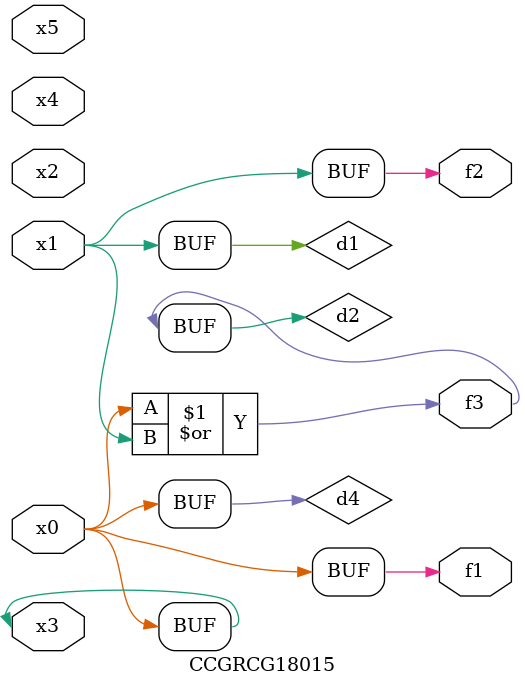
<source format=v>
module CCGRCG18015(
	input x0, x1, x2, x3, x4, x5,
	output f1, f2, f3
);

	wire d1, d2, d3, d4;

	and (d1, x1);
	or (d2, x0, x1);
	nand (d3, x0, x5);
	buf (d4, x0, x3);
	assign f1 = d4;
	assign f2 = d1;
	assign f3 = d2;
endmodule

</source>
